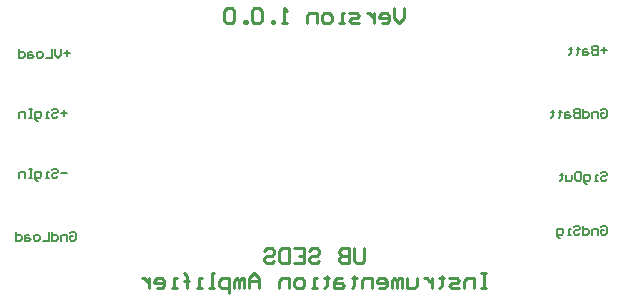
<source format=gbr>
%TF.GenerationSoftware,Altium Limited,Altium Designer,22.9.1 (49)*%
G04 Layer_Color=32896*
%FSLAX26Y26*%
%MOIN*%
%TF.SameCoordinates,1DAB686F-CFF3-4EBC-B241-DE3F9B15245D*%
%TF.FilePolarity,Positive*%
%TF.FileFunction,Legend,Bot*%
%TF.Part,Single*%
G01*
G75*
%TA.AperFunction,NonConductor*%
%ADD29C,0.010000*%
%ADD30C,0.005000*%
D29*
X3916613Y2159984D02*
Y2118331D01*
X3908282Y2110000D01*
X3891621D01*
X3883290Y2118331D01*
Y2159984D01*
X3866629D02*
Y2110000D01*
X3841637D01*
X3833306Y2118331D01*
Y2126661D01*
X3841637Y2134992D01*
X3866629D01*
X3841637D01*
X3833306Y2143323D01*
Y2151653D01*
X3841637Y2159984D01*
X3866629D01*
X3733339Y2151653D02*
X3741669Y2159984D01*
X3758331D01*
X3766661Y2151653D01*
Y2143323D01*
X3758331Y2134992D01*
X3741669D01*
X3733339Y2126661D01*
Y2118331D01*
X3741669Y2110000D01*
X3758331D01*
X3766661Y2118331D01*
X3683355Y2159984D02*
X3716677D01*
Y2110000D01*
X3683355D01*
X3716677Y2134992D02*
X3700016D01*
X3666694Y2159984D02*
Y2110000D01*
X3641702D01*
X3633371Y2118331D01*
Y2151653D01*
X3641702Y2159984D01*
X3666694D01*
X3583387Y2151653D02*
X3591718Y2159984D01*
X3608379D01*
X3616710Y2151653D01*
Y2143323D01*
X3608379Y2134992D01*
X3591718D01*
X3583387Y2126661D01*
Y2118331D01*
X3591718Y2110000D01*
X3608379D01*
X3616710Y2118331D01*
X4049903Y2959984D02*
Y2926661D01*
X4033242Y2910000D01*
X4016580Y2926661D01*
Y2959984D01*
X3974927Y2910000D02*
X3991588D01*
X3999919Y2918331D01*
Y2934992D01*
X3991588Y2943323D01*
X3974927D01*
X3966597Y2934992D01*
Y2926661D01*
X3999919D01*
X3949935Y2943323D02*
Y2910000D01*
Y2926661D01*
X3941605Y2934992D01*
X3933274Y2943323D01*
X3924943D01*
X3899952Y2910000D02*
X3874960D01*
X3866629Y2918331D01*
X3874960Y2926661D01*
X3891621D01*
X3899952Y2934992D01*
X3891621Y2943323D01*
X3866629D01*
X3849968Y2910000D02*
X3833306D01*
X3841637D01*
Y2943323D01*
X3849968D01*
X3799984Y2910000D02*
X3783323D01*
X3774992Y2918331D01*
Y2934992D01*
X3783323Y2943323D01*
X3799984D01*
X3808314Y2934992D01*
Y2918331D01*
X3799984Y2910000D01*
X3758331D02*
Y2943323D01*
X3733339D01*
X3725008Y2934992D01*
Y2910000D01*
X3658363D02*
X3641702D01*
X3650032D01*
Y2959984D01*
X3658363Y2951653D01*
X3616710Y2910000D02*
Y2918331D01*
X3608379D01*
Y2910000D01*
X3616710D01*
X3575057Y2951653D02*
X3566726Y2959984D01*
X3550065D01*
X3541734Y2951653D01*
Y2918331D01*
X3550065Y2910000D01*
X3566726D01*
X3575057Y2918331D01*
Y2951653D01*
X3525073Y2910000D02*
Y2918331D01*
X3516742D01*
Y2910000D01*
X3525073D01*
X3483420Y2951653D02*
X3475089Y2959984D01*
X3458428D01*
X3450097Y2951653D01*
Y2918331D01*
X3458428Y2910000D01*
X3475089D01*
X3483420Y2918331D01*
Y2951653D01*
X4324814Y2076645D02*
X4308153D01*
X4316483D01*
Y2026661D01*
X4324814D01*
X4308153D01*
X4283161D02*
Y2059984D01*
X4258169D01*
X4249838Y2051653D01*
Y2026661D01*
X4233177D02*
X4208185D01*
X4199854Y2034992D01*
X4208185Y2043323D01*
X4224846D01*
X4233177Y2051653D01*
X4224846Y2059984D01*
X4199854D01*
X4174862Y2068314D02*
Y2059984D01*
X4183193D01*
X4166532D01*
X4174862D01*
Y2034992D01*
X4166532Y2026661D01*
X4141540Y2059984D02*
Y2026661D01*
Y2043323D01*
X4133209Y2051653D01*
X4124878Y2059984D01*
X4116548D01*
X4091556D02*
Y2034992D01*
X4083225Y2026661D01*
X4058233D01*
Y2059984D01*
X4041572Y2026661D02*
Y2059984D01*
X4033242D01*
X4024911Y2051653D01*
Y2026661D01*
Y2051653D01*
X4016580Y2059984D01*
X4008250Y2051653D01*
Y2026661D01*
X3966597D02*
X3983258D01*
X3991588Y2034992D01*
Y2051653D01*
X3983258Y2059984D01*
X3966597D01*
X3958266Y2051653D01*
Y2043323D01*
X3991588D01*
X3941605Y2026661D02*
Y2059984D01*
X3916613D01*
X3908282Y2051653D01*
Y2026661D01*
X3883290Y2068314D02*
Y2059984D01*
X3891621D01*
X3874959D01*
X3883290D01*
Y2034992D01*
X3874959Y2026661D01*
X3841637Y2059984D02*
X3824976D01*
X3816645Y2051653D01*
Y2026661D01*
X3841637D01*
X3849968Y2034992D01*
X3841637Y2043323D01*
X3816645D01*
X3791653Y2068314D02*
Y2059984D01*
X3799984D01*
X3783323D01*
X3791653D01*
Y2034992D01*
X3783323Y2026661D01*
X3758331D02*
X3741669D01*
X3750000D01*
Y2059984D01*
X3758331D01*
X3708347Y2026661D02*
X3691686D01*
X3683355Y2034992D01*
Y2051653D01*
X3691686Y2059984D01*
X3708347D01*
X3716677Y2051653D01*
Y2034992D01*
X3708347Y2026661D01*
X3666694D02*
Y2059984D01*
X3641702D01*
X3633371Y2051653D01*
Y2026661D01*
X3566726D02*
Y2059984D01*
X3550065Y2076645D01*
X3533403Y2059984D01*
Y2026661D01*
Y2051653D01*
X3566726D01*
X3516742Y2026661D02*
Y2059984D01*
X3508412D01*
X3500081Y2051653D01*
Y2026661D01*
Y2051653D01*
X3491750Y2059984D01*
X3483420Y2051653D01*
Y2026661D01*
X3466758Y2010000D02*
Y2059984D01*
X3441767D01*
X3433436Y2051653D01*
Y2034992D01*
X3441767Y2026661D01*
X3466758D01*
X3416775D02*
X3400113D01*
X3408444D01*
Y2076645D01*
X3416775D01*
X3375121Y2026661D02*
X3358460D01*
X3366791D01*
Y2059984D01*
X3375121D01*
X3325138Y2026661D02*
Y2068314D01*
Y2051653D01*
X3333468D01*
X3316807D01*
X3325138D01*
Y2068314D01*
X3316807Y2076645D01*
X3291815Y2026661D02*
X3275154D01*
X3283484D01*
Y2059984D01*
X3291815D01*
X3225170Y2026661D02*
X3241831D01*
X3250162Y2034992D01*
Y2051653D01*
X3241831Y2059984D01*
X3225170D01*
X3216839Y2051653D01*
Y2043323D01*
X3250162D01*
X3200178Y2059984D02*
Y2026661D01*
Y2043323D01*
X3191847Y2051653D01*
X3183517Y2059984D01*
X3175186D01*
D30*
X2935006Y2209992D02*
X2940005Y2214990D01*
X2950002D01*
X2955000Y2209992D01*
Y2189998D01*
X2950002Y2185000D01*
X2940005D01*
X2935006Y2189998D01*
Y2199995D01*
X2945003D01*
X2925010Y2185000D02*
Y2204994D01*
X2910015D01*
X2905016Y2199995D01*
Y2185000D01*
X2875026Y2214990D02*
Y2185000D01*
X2890021D01*
X2895019Y2189998D01*
Y2199995D01*
X2890021Y2204994D01*
X2875026D01*
X2865029Y2214990D02*
Y2185000D01*
X2845036D01*
X2830040D02*
X2820044D01*
X2815045Y2189998D01*
Y2199995D01*
X2820044Y2204994D01*
X2830040D01*
X2835039Y2199995D01*
Y2189998D01*
X2830040Y2185000D01*
X2800050Y2204994D02*
X2790053D01*
X2785055Y2199995D01*
Y2185000D01*
X2800050D01*
X2805048Y2189998D01*
X2800050Y2194997D01*
X2785055D01*
X2755065Y2214990D02*
Y2185000D01*
X2770060D01*
X2775058Y2189998D01*
Y2199995D01*
X2770060Y2204994D01*
X2755065D01*
X4725000Y2819995D02*
X4705007D01*
X4715003Y2829992D02*
Y2809998D01*
X4695010Y2834990D02*
Y2805000D01*
X4680015D01*
X4675016Y2809998D01*
Y2814997D01*
X4680015Y2819995D01*
X4695010D01*
X4680015D01*
X4675016Y2824994D01*
Y2829992D01*
X4680015Y2834990D01*
X4695010D01*
X4660021Y2824994D02*
X4650024D01*
X4645026Y2819995D01*
Y2805000D01*
X4660021D01*
X4665019Y2809998D01*
X4660021Y2814997D01*
X4645026D01*
X4630031Y2829992D02*
Y2824994D01*
X4635029D01*
X4625032D01*
X4630031D01*
Y2809998D01*
X4625032Y2805000D01*
X4605039Y2829992D02*
Y2824994D01*
X4610037D01*
X4600040D01*
X4605039D01*
Y2809998D01*
X4600040Y2805000D01*
X4705007Y2619992D02*
X4710005Y2624990D01*
X4720002D01*
X4725000Y2619992D01*
Y2599998D01*
X4720002Y2595000D01*
X4710005D01*
X4705007Y2599998D01*
Y2609995D01*
X4715003D01*
X4695010Y2595000D02*
Y2614994D01*
X4680015D01*
X4675016Y2609995D01*
Y2595000D01*
X4645026Y2624990D02*
Y2595000D01*
X4660021D01*
X4665019Y2599998D01*
Y2609995D01*
X4660021Y2614994D01*
X4645026D01*
X4635029Y2624990D02*
Y2595000D01*
X4620034D01*
X4615036Y2599998D01*
Y2604997D01*
X4620034Y2609995D01*
X4635029D01*
X4620034D01*
X4615036Y2614994D01*
Y2619992D01*
X4620034Y2624990D01*
X4635029D01*
X4600040Y2614994D02*
X4590044D01*
X4585045Y2609995D01*
Y2595000D01*
X4600040D01*
X4605039Y2599998D01*
X4600040Y2604997D01*
X4585045D01*
X4570050Y2619992D02*
Y2614994D01*
X4575048D01*
X4565052D01*
X4570050D01*
Y2599998D01*
X4565052Y2595000D01*
X4545058Y2619992D02*
Y2614994D01*
X4550057D01*
X4540060D01*
X4545058D01*
Y2599998D01*
X4540060Y2595000D01*
X4705007Y2409989D02*
X4710005Y2414987D01*
X4720002D01*
X4725000Y2409989D01*
Y2404990D01*
X4720002Y2399992D01*
X4710005D01*
X4705007Y2394994D01*
Y2389995D01*
X4710005Y2384997D01*
X4720002D01*
X4725000Y2389995D01*
X4695010Y2384997D02*
X4685013D01*
X4690011D01*
Y2404990D01*
X4695010D01*
X4660021Y2375000D02*
X4655023D01*
X4650024Y2379998D01*
Y2404990D01*
X4665019D01*
X4670018Y2399992D01*
Y2389995D01*
X4665019Y2384997D01*
X4650024D01*
X4625032Y2414987D02*
X4635029D01*
X4640028Y2409989D01*
Y2389995D01*
X4635029Y2384997D01*
X4625032D01*
X4620034Y2389995D01*
Y2409989D01*
X4625032Y2414987D01*
X4610037Y2404990D02*
Y2389995D01*
X4605039Y2384997D01*
X4590044D01*
Y2404990D01*
X4575048Y2409989D02*
Y2404990D01*
X4580047D01*
X4570050D01*
X4575048D01*
Y2389995D01*
X4570050Y2384997D01*
X4705007Y2229989D02*
X4710005Y2234987D01*
X4720002D01*
X4725000Y2229989D01*
Y2209995D01*
X4720002Y2204997D01*
X4710005D01*
X4705007Y2209995D01*
Y2219992D01*
X4715003D01*
X4695010Y2204997D02*
Y2224990D01*
X4680015D01*
X4675016Y2219992D01*
Y2204997D01*
X4645026Y2234987D02*
Y2204997D01*
X4660021D01*
X4665019Y2209995D01*
Y2219992D01*
X4660021Y2224990D01*
X4645026D01*
X4615036Y2229989D02*
X4620034Y2234987D01*
X4630031D01*
X4635029Y2229989D01*
Y2224990D01*
X4630031Y2219992D01*
X4620034D01*
X4615036Y2214994D01*
Y2209995D01*
X4620034Y2204997D01*
X4630031D01*
X4635029Y2209995D01*
X4605039Y2204997D02*
X4595042D01*
X4600040D01*
Y2224990D01*
X4605039D01*
X4570050Y2195000D02*
X4565052D01*
X4560053Y2199998D01*
Y2224990D01*
X4575048D01*
X4580047Y2219992D01*
Y2209995D01*
X4575048Y2204997D01*
X4560053D01*
X2925000Y2409992D02*
X2905006D01*
X2875016Y2419989D02*
X2880015Y2424987D01*
X2890011D01*
X2895010Y2419989D01*
Y2414990D01*
X2890011Y2409992D01*
X2880015D01*
X2875016Y2404994D01*
Y2399995D01*
X2880015Y2394997D01*
X2890011D01*
X2895010Y2399995D01*
X2865019Y2394997D02*
X2855023D01*
X2860021D01*
Y2414990D01*
X2865019D01*
X2830031Y2385000D02*
X2825032D01*
X2820034Y2389998D01*
Y2414990D01*
X2835029D01*
X2840028Y2409992D01*
Y2399995D01*
X2835029Y2394997D01*
X2820034D01*
X2810037Y2424987D02*
X2800040D01*
X2805039D01*
Y2394997D01*
X2810037D01*
X2800040D01*
X2785045D02*
Y2414990D01*
X2770050D01*
X2765052Y2409992D01*
Y2394997D01*
X2924948Y2609992D02*
X2904955D01*
X2914951Y2619989D02*
Y2599995D01*
X2874964Y2619989D02*
X2879963Y2624987D01*
X2889959D01*
X2894958Y2619989D01*
Y2614990D01*
X2889959Y2609992D01*
X2879963D01*
X2874964Y2604994D01*
Y2599995D01*
X2879963Y2594997D01*
X2889959D01*
X2894958Y2599995D01*
X2864968Y2594997D02*
X2854971D01*
X2859969D01*
Y2614990D01*
X2864968D01*
X2829979Y2585000D02*
X2824981D01*
X2819982Y2589998D01*
Y2614990D01*
X2834977D01*
X2839976Y2609992D01*
Y2599995D01*
X2834977Y2594997D01*
X2819982D01*
X2809985Y2624987D02*
X2799989D01*
X2804987D01*
Y2594997D01*
X2809985D01*
X2799989D01*
X2784994D02*
Y2614990D01*
X2769998D01*
X2765000Y2609992D01*
Y2594997D01*
X2934945Y2809995D02*
X2914952D01*
X2924948Y2819992D02*
Y2799998D01*
X2904955Y2824990D02*
Y2804997D01*
X2894958Y2795000D01*
X2884961Y2804997D01*
Y2824990D01*
X2874964D02*
Y2795000D01*
X2854971D01*
X2839976D02*
X2829979D01*
X2824981Y2799998D01*
Y2809995D01*
X2829979Y2814994D01*
X2839976D01*
X2844974Y2809995D01*
Y2799998D01*
X2839976Y2795000D01*
X2809985Y2814994D02*
X2799989D01*
X2794990Y2809995D01*
Y2795000D01*
X2809985D01*
X2814984Y2799998D01*
X2809985Y2804997D01*
X2794990D01*
X2765000Y2824990D02*
Y2795000D01*
X2779995D01*
X2784994Y2799998D01*
Y2809995D01*
X2779995Y2814994D01*
X2765000D01*
%TF.MD5,7c264c0b2288ec1ec152369f651198a6*%
M02*

</source>
